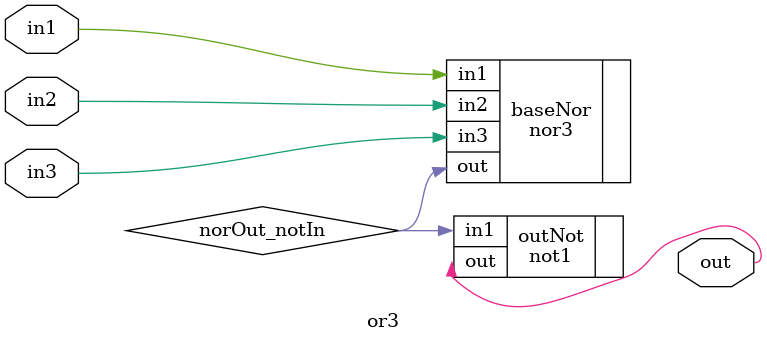
<source format=v>
/*
    CS/ECE 552 Spring '22
    Homework #1, Problem 2

    3 input OR built out of required gates
*/
module or3 (in1, in2, in3, out);
    input   in1, in2, in3;
    output  out;

    wire    norOut_notIn;

    // one way to create a 3-input OR out of NORs and NOTs is
    // to have a 3-input NOR followed by a NOT
    nor3 baseNor (// OUTPUT
		  .out(norOut_notIn),
		  // INPUT
		  .in1(in1),
		  .in2(in2),
		  .in3(in3)
		  );

    // now not the output of the NOR to create our 3-input OR
    not1 outNot (// OUTPUT
		 .out(out),
		 // INPUT
		 .in1(norOut_notIn)
		 );

endmodule

</source>
